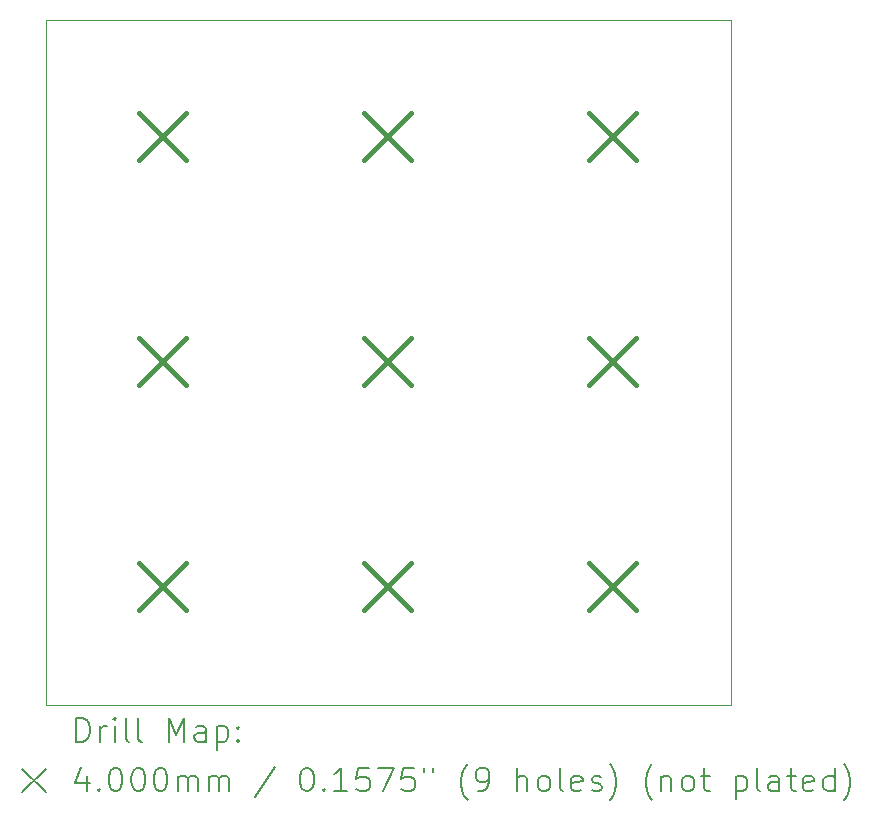
<source format=gbr>
%TF.GenerationSoftware,KiCad,Pcbnew,8.0.3*%
%TF.CreationDate,2024-08-31T16:40:24+01:00*%
%TF.ProjectId,macropad,6d616372-6f70-4616-942e-6b696361645f,rev?*%
%TF.SameCoordinates,Original*%
%TF.FileFunction,Drillmap*%
%TF.FilePolarity,Positive*%
%FSLAX45Y45*%
G04 Gerber Fmt 4.5, Leading zero omitted, Abs format (unit mm)*
G04 Created by KiCad (PCBNEW 8.0.3) date 2024-08-31 16:40:24*
%MOMM*%
%LPD*%
G01*
G04 APERTURE LIST*
%ADD10C,0.050000*%
%ADD11C,0.200000*%
%ADD12C,0.400000*%
G04 APERTURE END LIST*
D10*
X3760000Y-4520000D02*
X9560000Y-4520000D01*
X9560000Y-10320000D01*
X3760000Y-10320000D01*
X3760000Y-4520000D01*
D11*
D12*
X4546000Y-5308000D02*
X4946000Y-5708000D01*
X4946000Y-5308000D02*
X4546000Y-5708000D01*
X4546000Y-7213000D02*
X4946000Y-7613000D01*
X4946000Y-7213000D02*
X4546000Y-7613000D01*
X4546000Y-9118000D02*
X4946000Y-9518000D01*
X4946000Y-9118000D02*
X4546000Y-9518000D01*
X6451000Y-5308000D02*
X6851000Y-5708000D01*
X6851000Y-5308000D02*
X6451000Y-5708000D01*
X6451000Y-7213000D02*
X6851000Y-7613000D01*
X6851000Y-7213000D02*
X6451000Y-7613000D01*
X6451000Y-9118000D02*
X6851000Y-9518000D01*
X6851000Y-9118000D02*
X6451000Y-9518000D01*
X8356000Y-5308000D02*
X8756000Y-5708000D01*
X8756000Y-5308000D02*
X8356000Y-5708000D01*
X8356000Y-7213000D02*
X8756000Y-7613000D01*
X8756000Y-7213000D02*
X8356000Y-7613000D01*
X8356000Y-9118000D02*
X8756000Y-9518000D01*
X8756000Y-9118000D02*
X8356000Y-9518000D01*
D11*
X4018277Y-10633984D02*
X4018277Y-10433984D01*
X4018277Y-10433984D02*
X4065896Y-10433984D01*
X4065896Y-10433984D02*
X4094467Y-10443508D01*
X4094467Y-10443508D02*
X4113515Y-10462555D01*
X4113515Y-10462555D02*
X4123039Y-10481603D01*
X4123039Y-10481603D02*
X4132562Y-10519698D01*
X4132562Y-10519698D02*
X4132562Y-10548270D01*
X4132562Y-10548270D02*
X4123039Y-10586365D01*
X4123039Y-10586365D02*
X4113515Y-10605412D01*
X4113515Y-10605412D02*
X4094467Y-10624460D01*
X4094467Y-10624460D02*
X4065896Y-10633984D01*
X4065896Y-10633984D02*
X4018277Y-10633984D01*
X4218277Y-10633984D02*
X4218277Y-10500650D01*
X4218277Y-10538746D02*
X4227801Y-10519698D01*
X4227801Y-10519698D02*
X4237324Y-10510174D01*
X4237324Y-10510174D02*
X4256372Y-10500650D01*
X4256372Y-10500650D02*
X4275420Y-10500650D01*
X4342086Y-10633984D02*
X4342086Y-10500650D01*
X4342086Y-10433984D02*
X4332563Y-10443508D01*
X4332563Y-10443508D02*
X4342086Y-10453031D01*
X4342086Y-10453031D02*
X4351610Y-10443508D01*
X4351610Y-10443508D02*
X4342086Y-10433984D01*
X4342086Y-10433984D02*
X4342086Y-10453031D01*
X4465896Y-10633984D02*
X4446848Y-10624460D01*
X4446848Y-10624460D02*
X4437324Y-10605412D01*
X4437324Y-10605412D02*
X4437324Y-10433984D01*
X4570658Y-10633984D02*
X4551610Y-10624460D01*
X4551610Y-10624460D02*
X4542086Y-10605412D01*
X4542086Y-10605412D02*
X4542086Y-10433984D01*
X4799229Y-10633984D02*
X4799229Y-10433984D01*
X4799229Y-10433984D02*
X4865896Y-10576841D01*
X4865896Y-10576841D02*
X4932563Y-10433984D01*
X4932563Y-10433984D02*
X4932563Y-10633984D01*
X5113515Y-10633984D02*
X5113515Y-10529222D01*
X5113515Y-10529222D02*
X5103991Y-10510174D01*
X5103991Y-10510174D02*
X5084944Y-10500650D01*
X5084944Y-10500650D02*
X5046848Y-10500650D01*
X5046848Y-10500650D02*
X5027801Y-10510174D01*
X5113515Y-10624460D02*
X5094467Y-10633984D01*
X5094467Y-10633984D02*
X5046848Y-10633984D01*
X5046848Y-10633984D02*
X5027801Y-10624460D01*
X5027801Y-10624460D02*
X5018277Y-10605412D01*
X5018277Y-10605412D02*
X5018277Y-10586365D01*
X5018277Y-10586365D02*
X5027801Y-10567317D01*
X5027801Y-10567317D02*
X5046848Y-10557793D01*
X5046848Y-10557793D02*
X5094467Y-10557793D01*
X5094467Y-10557793D02*
X5113515Y-10548270D01*
X5208753Y-10500650D02*
X5208753Y-10700650D01*
X5208753Y-10510174D02*
X5227801Y-10500650D01*
X5227801Y-10500650D02*
X5265896Y-10500650D01*
X5265896Y-10500650D02*
X5284944Y-10510174D01*
X5284944Y-10510174D02*
X5294467Y-10519698D01*
X5294467Y-10519698D02*
X5303991Y-10538746D01*
X5303991Y-10538746D02*
X5303991Y-10595889D01*
X5303991Y-10595889D02*
X5294467Y-10614936D01*
X5294467Y-10614936D02*
X5284944Y-10624460D01*
X5284944Y-10624460D02*
X5265896Y-10633984D01*
X5265896Y-10633984D02*
X5227801Y-10633984D01*
X5227801Y-10633984D02*
X5208753Y-10624460D01*
X5389705Y-10614936D02*
X5399229Y-10624460D01*
X5399229Y-10624460D02*
X5389705Y-10633984D01*
X5389705Y-10633984D02*
X5380182Y-10624460D01*
X5380182Y-10624460D02*
X5389705Y-10614936D01*
X5389705Y-10614936D02*
X5389705Y-10633984D01*
X5389705Y-10510174D02*
X5399229Y-10519698D01*
X5399229Y-10519698D02*
X5389705Y-10529222D01*
X5389705Y-10529222D02*
X5380182Y-10519698D01*
X5380182Y-10519698D02*
X5389705Y-10510174D01*
X5389705Y-10510174D02*
X5389705Y-10529222D01*
X3557500Y-10862500D02*
X3757500Y-11062500D01*
X3757500Y-10862500D02*
X3557500Y-11062500D01*
X4103991Y-10920650D02*
X4103991Y-11053984D01*
X4056372Y-10844460D02*
X4008753Y-10987317D01*
X4008753Y-10987317D02*
X4132562Y-10987317D01*
X4208753Y-11034936D02*
X4218277Y-11044460D01*
X4218277Y-11044460D02*
X4208753Y-11053984D01*
X4208753Y-11053984D02*
X4199229Y-11044460D01*
X4199229Y-11044460D02*
X4208753Y-11034936D01*
X4208753Y-11034936D02*
X4208753Y-11053984D01*
X4342086Y-10853984D02*
X4361134Y-10853984D01*
X4361134Y-10853984D02*
X4380182Y-10863508D01*
X4380182Y-10863508D02*
X4389705Y-10873031D01*
X4389705Y-10873031D02*
X4399229Y-10892079D01*
X4399229Y-10892079D02*
X4408753Y-10930174D01*
X4408753Y-10930174D02*
X4408753Y-10977793D01*
X4408753Y-10977793D02*
X4399229Y-11015889D01*
X4399229Y-11015889D02*
X4389705Y-11034936D01*
X4389705Y-11034936D02*
X4380182Y-11044460D01*
X4380182Y-11044460D02*
X4361134Y-11053984D01*
X4361134Y-11053984D02*
X4342086Y-11053984D01*
X4342086Y-11053984D02*
X4323039Y-11044460D01*
X4323039Y-11044460D02*
X4313515Y-11034936D01*
X4313515Y-11034936D02*
X4303991Y-11015889D01*
X4303991Y-11015889D02*
X4294467Y-10977793D01*
X4294467Y-10977793D02*
X4294467Y-10930174D01*
X4294467Y-10930174D02*
X4303991Y-10892079D01*
X4303991Y-10892079D02*
X4313515Y-10873031D01*
X4313515Y-10873031D02*
X4323039Y-10863508D01*
X4323039Y-10863508D02*
X4342086Y-10853984D01*
X4532563Y-10853984D02*
X4551610Y-10853984D01*
X4551610Y-10853984D02*
X4570658Y-10863508D01*
X4570658Y-10863508D02*
X4580182Y-10873031D01*
X4580182Y-10873031D02*
X4589705Y-10892079D01*
X4589705Y-10892079D02*
X4599229Y-10930174D01*
X4599229Y-10930174D02*
X4599229Y-10977793D01*
X4599229Y-10977793D02*
X4589705Y-11015889D01*
X4589705Y-11015889D02*
X4580182Y-11034936D01*
X4580182Y-11034936D02*
X4570658Y-11044460D01*
X4570658Y-11044460D02*
X4551610Y-11053984D01*
X4551610Y-11053984D02*
X4532563Y-11053984D01*
X4532563Y-11053984D02*
X4513515Y-11044460D01*
X4513515Y-11044460D02*
X4503991Y-11034936D01*
X4503991Y-11034936D02*
X4494467Y-11015889D01*
X4494467Y-11015889D02*
X4484944Y-10977793D01*
X4484944Y-10977793D02*
X4484944Y-10930174D01*
X4484944Y-10930174D02*
X4494467Y-10892079D01*
X4494467Y-10892079D02*
X4503991Y-10873031D01*
X4503991Y-10873031D02*
X4513515Y-10863508D01*
X4513515Y-10863508D02*
X4532563Y-10853984D01*
X4723039Y-10853984D02*
X4742086Y-10853984D01*
X4742086Y-10853984D02*
X4761134Y-10863508D01*
X4761134Y-10863508D02*
X4770658Y-10873031D01*
X4770658Y-10873031D02*
X4780182Y-10892079D01*
X4780182Y-10892079D02*
X4789705Y-10930174D01*
X4789705Y-10930174D02*
X4789705Y-10977793D01*
X4789705Y-10977793D02*
X4780182Y-11015889D01*
X4780182Y-11015889D02*
X4770658Y-11034936D01*
X4770658Y-11034936D02*
X4761134Y-11044460D01*
X4761134Y-11044460D02*
X4742086Y-11053984D01*
X4742086Y-11053984D02*
X4723039Y-11053984D01*
X4723039Y-11053984D02*
X4703991Y-11044460D01*
X4703991Y-11044460D02*
X4694467Y-11034936D01*
X4694467Y-11034936D02*
X4684944Y-11015889D01*
X4684944Y-11015889D02*
X4675420Y-10977793D01*
X4675420Y-10977793D02*
X4675420Y-10930174D01*
X4675420Y-10930174D02*
X4684944Y-10892079D01*
X4684944Y-10892079D02*
X4694467Y-10873031D01*
X4694467Y-10873031D02*
X4703991Y-10863508D01*
X4703991Y-10863508D02*
X4723039Y-10853984D01*
X4875420Y-11053984D02*
X4875420Y-10920650D01*
X4875420Y-10939698D02*
X4884944Y-10930174D01*
X4884944Y-10930174D02*
X4903991Y-10920650D01*
X4903991Y-10920650D02*
X4932563Y-10920650D01*
X4932563Y-10920650D02*
X4951610Y-10930174D01*
X4951610Y-10930174D02*
X4961134Y-10949222D01*
X4961134Y-10949222D02*
X4961134Y-11053984D01*
X4961134Y-10949222D02*
X4970658Y-10930174D01*
X4970658Y-10930174D02*
X4989705Y-10920650D01*
X4989705Y-10920650D02*
X5018277Y-10920650D01*
X5018277Y-10920650D02*
X5037325Y-10930174D01*
X5037325Y-10930174D02*
X5046848Y-10949222D01*
X5046848Y-10949222D02*
X5046848Y-11053984D01*
X5142086Y-11053984D02*
X5142086Y-10920650D01*
X5142086Y-10939698D02*
X5151610Y-10930174D01*
X5151610Y-10930174D02*
X5170658Y-10920650D01*
X5170658Y-10920650D02*
X5199229Y-10920650D01*
X5199229Y-10920650D02*
X5218277Y-10930174D01*
X5218277Y-10930174D02*
X5227801Y-10949222D01*
X5227801Y-10949222D02*
X5227801Y-11053984D01*
X5227801Y-10949222D02*
X5237325Y-10930174D01*
X5237325Y-10930174D02*
X5256372Y-10920650D01*
X5256372Y-10920650D02*
X5284944Y-10920650D01*
X5284944Y-10920650D02*
X5303991Y-10930174D01*
X5303991Y-10930174D02*
X5313515Y-10949222D01*
X5313515Y-10949222D02*
X5313515Y-11053984D01*
X5703991Y-10844460D02*
X5532563Y-11101603D01*
X5961134Y-10853984D02*
X5980182Y-10853984D01*
X5980182Y-10853984D02*
X5999229Y-10863508D01*
X5999229Y-10863508D02*
X6008753Y-10873031D01*
X6008753Y-10873031D02*
X6018277Y-10892079D01*
X6018277Y-10892079D02*
X6027801Y-10930174D01*
X6027801Y-10930174D02*
X6027801Y-10977793D01*
X6027801Y-10977793D02*
X6018277Y-11015889D01*
X6018277Y-11015889D02*
X6008753Y-11034936D01*
X6008753Y-11034936D02*
X5999229Y-11044460D01*
X5999229Y-11044460D02*
X5980182Y-11053984D01*
X5980182Y-11053984D02*
X5961134Y-11053984D01*
X5961134Y-11053984D02*
X5942086Y-11044460D01*
X5942086Y-11044460D02*
X5932563Y-11034936D01*
X5932563Y-11034936D02*
X5923039Y-11015889D01*
X5923039Y-11015889D02*
X5913515Y-10977793D01*
X5913515Y-10977793D02*
X5913515Y-10930174D01*
X5913515Y-10930174D02*
X5923039Y-10892079D01*
X5923039Y-10892079D02*
X5932563Y-10873031D01*
X5932563Y-10873031D02*
X5942086Y-10863508D01*
X5942086Y-10863508D02*
X5961134Y-10853984D01*
X6113515Y-11034936D02*
X6123039Y-11044460D01*
X6123039Y-11044460D02*
X6113515Y-11053984D01*
X6113515Y-11053984D02*
X6103991Y-11044460D01*
X6103991Y-11044460D02*
X6113515Y-11034936D01*
X6113515Y-11034936D02*
X6113515Y-11053984D01*
X6313515Y-11053984D02*
X6199229Y-11053984D01*
X6256372Y-11053984D02*
X6256372Y-10853984D01*
X6256372Y-10853984D02*
X6237325Y-10882555D01*
X6237325Y-10882555D02*
X6218277Y-10901603D01*
X6218277Y-10901603D02*
X6199229Y-10911127D01*
X6494467Y-10853984D02*
X6399229Y-10853984D01*
X6399229Y-10853984D02*
X6389706Y-10949222D01*
X6389706Y-10949222D02*
X6399229Y-10939698D01*
X6399229Y-10939698D02*
X6418277Y-10930174D01*
X6418277Y-10930174D02*
X6465896Y-10930174D01*
X6465896Y-10930174D02*
X6484944Y-10939698D01*
X6484944Y-10939698D02*
X6494467Y-10949222D01*
X6494467Y-10949222D02*
X6503991Y-10968270D01*
X6503991Y-10968270D02*
X6503991Y-11015889D01*
X6503991Y-11015889D02*
X6494467Y-11034936D01*
X6494467Y-11034936D02*
X6484944Y-11044460D01*
X6484944Y-11044460D02*
X6465896Y-11053984D01*
X6465896Y-11053984D02*
X6418277Y-11053984D01*
X6418277Y-11053984D02*
X6399229Y-11044460D01*
X6399229Y-11044460D02*
X6389706Y-11034936D01*
X6570658Y-10853984D02*
X6703991Y-10853984D01*
X6703991Y-10853984D02*
X6618277Y-11053984D01*
X6875420Y-10853984D02*
X6780182Y-10853984D01*
X6780182Y-10853984D02*
X6770658Y-10949222D01*
X6770658Y-10949222D02*
X6780182Y-10939698D01*
X6780182Y-10939698D02*
X6799229Y-10930174D01*
X6799229Y-10930174D02*
X6846848Y-10930174D01*
X6846848Y-10930174D02*
X6865896Y-10939698D01*
X6865896Y-10939698D02*
X6875420Y-10949222D01*
X6875420Y-10949222D02*
X6884944Y-10968270D01*
X6884944Y-10968270D02*
X6884944Y-11015889D01*
X6884944Y-11015889D02*
X6875420Y-11034936D01*
X6875420Y-11034936D02*
X6865896Y-11044460D01*
X6865896Y-11044460D02*
X6846848Y-11053984D01*
X6846848Y-11053984D02*
X6799229Y-11053984D01*
X6799229Y-11053984D02*
X6780182Y-11044460D01*
X6780182Y-11044460D02*
X6770658Y-11034936D01*
X6961134Y-10853984D02*
X6961134Y-10892079D01*
X7037325Y-10853984D02*
X7037325Y-10892079D01*
X7332563Y-11130174D02*
X7323039Y-11120650D01*
X7323039Y-11120650D02*
X7303991Y-11092079D01*
X7303991Y-11092079D02*
X7294468Y-11073031D01*
X7294468Y-11073031D02*
X7284944Y-11044460D01*
X7284944Y-11044460D02*
X7275420Y-10996841D01*
X7275420Y-10996841D02*
X7275420Y-10958746D01*
X7275420Y-10958746D02*
X7284944Y-10911127D01*
X7284944Y-10911127D02*
X7294468Y-10882555D01*
X7294468Y-10882555D02*
X7303991Y-10863508D01*
X7303991Y-10863508D02*
X7323039Y-10834936D01*
X7323039Y-10834936D02*
X7332563Y-10825412D01*
X7418277Y-11053984D02*
X7456372Y-11053984D01*
X7456372Y-11053984D02*
X7475420Y-11044460D01*
X7475420Y-11044460D02*
X7484944Y-11034936D01*
X7484944Y-11034936D02*
X7503991Y-11006365D01*
X7503991Y-11006365D02*
X7513515Y-10968270D01*
X7513515Y-10968270D02*
X7513515Y-10892079D01*
X7513515Y-10892079D02*
X7503991Y-10873031D01*
X7503991Y-10873031D02*
X7494468Y-10863508D01*
X7494468Y-10863508D02*
X7475420Y-10853984D01*
X7475420Y-10853984D02*
X7437325Y-10853984D01*
X7437325Y-10853984D02*
X7418277Y-10863508D01*
X7418277Y-10863508D02*
X7408753Y-10873031D01*
X7408753Y-10873031D02*
X7399229Y-10892079D01*
X7399229Y-10892079D02*
X7399229Y-10939698D01*
X7399229Y-10939698D02*
X7408753Y-10958746D01*
X7408753Y-10958746D02*
X7418277Y-10968270D01*
X7418277Y-10968270D02*
X7437325Y-10977793D01*
X7437325Y-10977793D02*
X7475420Y-10977793D01*
X7475420Y-10977793D02*
X7494468Y-10968270D01*
X7494468Y-10968270D02*
X7503991Y-10958746D01*
X7503991Y-10958746D02*
X7513515Y-10939698D01*
X7751610Y-11053984D02*
X7751610Y-10853984D01*
X7837325Y-11053984D02*
X7837325Y-10949222D01*
X7837325Y-10949222D02*
X7827801Y-10930174D01*
X7827801Y-10930174D02*
X7808753Y-10920650D01*
X7808753Y-10920650D02*
X7780182Y-10920650D01*
X7780182Y-10920650D02*
X7761134Y-10930174D01*
X7761134Y-10930174D02*
X7751610Y-10939698D01*
X7961134Y-11053984D02*
X7942087Y-11044460D01*
X7942087Y-11044460D02*
X7932563Y-11034936D01*
X7932563Y-11034936D02*
X7923039Y-11015889D01*
X7923039Y-11015889D02*
X7923039Y-10958746D01*
X7923039Y-10958746D02*
X7932563Y-10939698D01*
X7932563Y-10939698D02*
X7942087Y-10930174D01*
X7942087Y-10930174D02*
X7961134Y-10920650D01*
X7961134Y-10920650D02*
X7989706Y-10920650D01*
X7989706Y-10920650D02*
X8008753Y-10930174D01*
X8008753Y-10930174D02*
X8018277Y-10939698D01*
X8018277Y-10939698D02*
X8027801Y-10958746D01*
X8027801Y-10958746D02*
X8027801Y-11015889D01*
X8027801Y-11015889D02*
X8018277Y-11034936D01*
X8018277Y-11034936D02*
X8008753Y-11044460D01*
X8008753Y-11044460D02*
X7989706Y-11053984D01*
X7989706Y-11053984D02*
X7961134Y-11053984D01*
X8142087Y-11053984D02*
X8123039Y-11044460D01*
X8123039Y-11044460D02*
X8113515Y-11025412D01*
X8113515Y-11025412D02*
X8113515Y-10853984D01*
X8294468Y-11044460D02*
X8275420Y-11053984D01*
X8275420Y-11053984D02*
X8237325Y-11053984D01*
X8237325Y-11053984D02*
X8218277Y-11044460D01*
X8218277Y-11044460D02*
X8208753Y-11025412D01*
X8208753Y-11025412D02*
X8208753Y-10949222D01*
X8208753Y-10949222D02*
X8218277Y-10930174D01*
X8218277Y-10930174D02*
X8237325Y-10920650D01*
X8237325Y-10920650D02*
X8275420Y-10920650D01*
X8275420Y-10920650D02*
X8294468Y-10930174D01*
X8294468Y-10930174D02*
X8303991Y-10949222D01*
X8303991Y-10949222D02*
X8303991Y-10968270D01*
X8303991Y-10968270D02*
X8208753Y-10987317D01*
X8380182Y-11044460D02*
X8399230Y-11053984D01*
X8399230Y-11053984D02*
X8437325Y-11053984D01*
X8437325Y-11053984D02*
X8456373Y-11044460D01*
X8456373Y-11044460D02*
X8465896Y-11025412D01*
X8465896Y-11025412D02*
X8465896Y-11015889D01*
X8465896Y-11015889D02*
X8456373Y-10996841D01*
X8456373Y-10996841D02*
X8437325Y-10987317D01*
X8437325Y-10987317D02*
X8408753Y-10987317D01*
X8408753Y-10987317D02*
X8389706Y-10977793D01*
X8389706Y-10977793D02*
X8380182Y-10958746D01*
X8380182Y-10958746D02*
X8380182Y-10949222D01*
X8380182Y-10949222D02*
X8389706Y-10930174D01*
X8389706Y-10930174D02*
X8408753Y-10920650D01*
X8408753Y-10920650D02*
X8437325Y-10920650D01*
X8437325Y-10920650D02*
X8456373Y-10930174D01*
X8532563Y-11130174D02*
X8542087Y-11120650D01*
X8542087Y-11120650D02*
X8561134Y-11092079D01*
X8561134Y-11092079D02*
X8570658Y-11073031D01*
X8570658Y-11073031D02*
X8580182Y-11044460D01*
X8580182Y-11044460D02*
X8589706Y-10996841D01*
X8589706Y-10996841D02*
X8589706Y-10958746D01*
X8589706Y-10958746D02*
X8580182Y-10911127D01*
X8580182Y-10911127D02*
X8570658Y-10882555D01*
X8570658Y-10882555D02*
X8561134Y-10863508D01*
X8561134Y-10863508D02*
X8542087Y-10834936D01*
X8542087Y-10834936D02*
X8532563Y-10825412D01*
X8894468Y-11130174D02*
X8884944Y-11120650D01*
X8884944Y-11120650D02*
X8865896Y-11092079D01*
X8865896Y-11092079D02*
X8856373Y-11073031D01*
X8856373Y-11073031D02*
X8846849Y-11044460D01*
X8846849Y-11044460D02*
X8837325Y-10996841D01*
X8837325Y-10996841D02*
X8837325Y-10958746D01*
X8837325Y-10958746D02*
X8846849Y-10911127D01*
X8846849Y-10911127D02*
X8856373Y-10882555D01*
X8856373Y-10882555D02*
X8865896Y-10863508D01*
X8865896Y-10863508D02*
X8884944Y-10834936D01*
X8884944Y-10834936D02*
X8894468Y-10825412D01*
X8970658Y-10920650D02*
X8970658Y-11053984D01*
X8970658Y-10939698D02*
X8980182Y-10930174D01*
X8980182Y-10930174D02*
X8999230Y-10920650D01*
X8999230Y-10920650D02*
X9027801Y-10920650D01*
X9027801Y-10920650D02*
X9046849Y-10930174D01*
X9046849Y-10930174D02*
X9056373Y-10949222D01*
X9056373Y-10949222D02*
X9056373Y-11053984D01*
X9180182Y-11053984D02*
X9161134Y-11044460D01*
X9161134Y-11044460D02*
X9151611Y-11034936D01*
X9151611Y-11034936D02*
X9142087Y-11015889D01*
X9142087Y-11015889D02*
X9142087Y-10958746D01*
X9142087Y-10958746D02*
X9151611Y-10939698D01*
X9151611Y-10939698D02*
X9161134Y-10930174D01*
X9161134Y-10930174D02*
X9180182Y-10920650D01*
X9180182Y-10920650D02*
X9208754Y-10920650D01*
X9208754Y-10920650D02*
X9227801Y-10930174D01*
X9227801Y-10930174D02*
X9237325Y-10939698D01*
X9237325Y-10939698D02*
X9246849Y-10958746D01*
X9246849Y-10958746D02*
X9246849Y-11015889D01*
X9246849Y-11015889D02*
X9237325Y-11034936D01*
X9237325Y-11034936D02*
X9227801Y-11044460D01*
X9227801Y-11044460D02*
X9208754Y-11053984D01*
X9208754Y-11053984D02*
X9180182Y-11053984D01*
X9303992Y-10920650D02*
X9380182Y-10920650D01*
X9332563Y-10853984D02*
X9332563Y-11025412D01*
X9332563Y-11025412D02*
X9342087Y-11044460D01*
X9342087Y-11044460D02*
X9361134Y-11053984D01*
X9361134Y-11053984D02*
X9380182Y-11053984D01*
X9599230Y-10920650D02*
X9599230Y-11120650D01*
X9599230Y-10930174D02*
X9618277Y-10920650D01*
X9618277Y-10920650D02*
X9656373Y-10920650D01*
X9656373Y-10920650D02*
X9675420Y-10930174D01*
X9675420Y-10930174D02*
X9684944Y-10939698D01*
X9684944Y-10939698D02*
X9694468Y-10958746D01*
X9694468Y-10958746D02*
X9694468Y-11015889D01*
X9694468Y-11015889D02*
X9684944Y-11034936D01*
X9684944Y-11034936D02*
X9675420Y-11044460D01*
X9675420Y-11044460D02*
X9656373Y-11053984D01*
X9656373Y-11053984D02*
X9618277Y-11053984D01*
X9618277Y-11053984D02*
X9599230Y-11044460D01*
X9808754Y-11053984D02*
X9789706Y-11044460D01*
X9789706Y-11044460D02*
X9780182Y-11025412D01*
X9780182Y-11025412D02*
X9780182Y-10853984D01*
X9970658Y-11053984D02*
X9970658Y-10949222D01*
X9970658Y-10949222D02*
X9961135Y-10930174D01*
X9961135Y-10930174D02*
X9942087Y-10920650D01*
X9942087Y-10920650D02*
X9903992Y-10920650D01*
X9903992Y-10920650D02*
X9884944Y-10930174D01*
X9970658Y-11044460D02*
X9951611Y-11053984D01*
X9951611Y-11053984D02*
X9903992Y-11053984D01*
X9903992Y-11053984D02*
X9884944Y-11044460D01*
X9884944Y-11044460D02*
X9875420Y-11025412D01*
X9875420Y-11025412D02*
X9875420Y-11006365D01*
X9875420Y-11006365D02*
X9884944Y-10987317D01*
X9884944Y-10987317D02*
X9903992Y-10977793D01*
X9903992Y-10977793D02*
X9951611Y-10977793D01*
X9951611Y-10977793D02*
X9970658Y-10968270D01*
X10037325Y-10920650D02*
X10113515Y-10920650D01*
X10065896Y-10853984D02*
X10065896Y-11025412D01*
X10065896Y-11025412D02*
X10075420Y-11044460D01*
X10075420Y-11044460D02*
X10094468Y-11053984D01*
X10094468Y-11053984D02*
X10113515Y-11053984D01*
X10256373Y-11044460D02*
X10237325Y-11053984D01*
X10237325Y-11053984D02*
X10199230Y-11053984D01*
X10199230Y-11053984D02*
X10180182Y-11044460D01*
X10180182Y-11044460D02*
X10170658Y-11025412D01*
X10170658Y-11025412D02*
X10170658Y-10949222D01*
X10170658Y-10949222D02*
X10180182Y-10930174D01*
X10180182Y-10930174D02*
X10199230Y-10920650D01*
X10199230Y-10920650D02*
X10237325Y-10920650D01*
X10237325Y-10920650D02*
X10256373Y-10930174D01*
X10256373Y-10930174D02*
X10265896Y-10949222D01*
X10265896Y-10949222D02*
X10265896Y-10968270D01*
X10265896Y-10968270D02*
X10170658Y-10987317D01*
X10437325Y-11053984D02*
X10437325Y-10853984D01*
X10437325Y-11044460D02*
X10418277Y-11053984D01*
X10418277Y-11053984D02*
X10380182Y-11053984D01*
X10380182Y-11053984D02*
X10361135Y-11044460D01*
X10361135Y-11044460D02*
X10351611Y-11034936D01*
X10351611Y-11034936D02*
X10342087Y-11015889D01*
X10342087Y-11015889D02*
X10342087Y-10958746D01*
X10342087Y-10958746D02*
X10351611Y-10939698D01*
X10351611Y-10939698D02*
X10361135Y-10930174D01*
X10361135Y-10930174D02*
X10380182Y-10920650D01*
X10380182Y-10920650D02*
X10418277Y-10920650D01*
X10418277Y-10920650D02*
X10437325Y-10930174D01*
X10513516Y-11130174D02*
X10523039Y-11120650D01*
X10523039Y-11120650D02*
X10542087Y-11092079D01*
X10542087Y-11092079D02*
X10551611Y-11073031D01*
X10551611Y-11073031D02*
X10561135Y-11044460D01*
X10561135Y-11044460D02*
X10570658Y-10996841D01*
X10570658Y-10996841D02*
X10570658Y-10958746D01*
X10570658Y-10958746D02*
X10561135Y-10911127D01*
X10561135Y-10911127D02*
X10551611Y-10882555D01*
X10551611Y-10882555D02*
X10542087Y-10863508D01*
X10542087Y-10863508D02*
X10523039Y-10834936D01*
X10523039Y-10834936D02*
X10513516Y-10825412D01*
M02*

</source>
